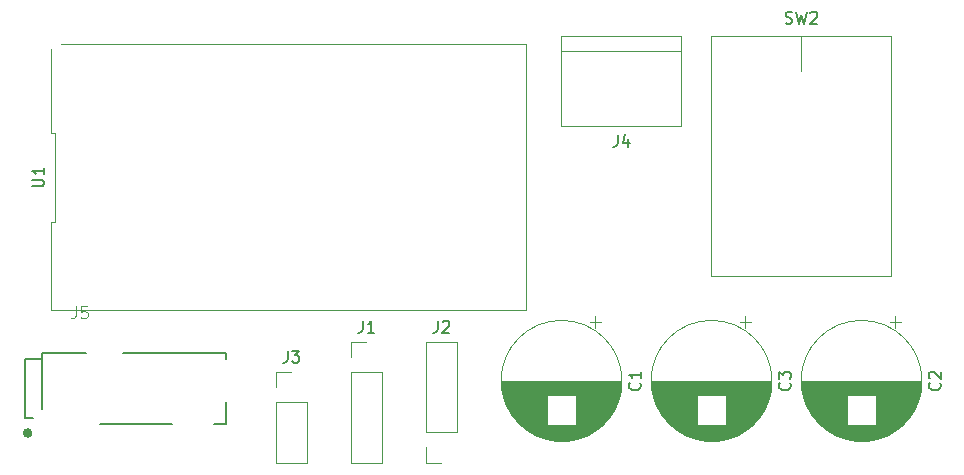
<source format=gto>
G04 #@! TF.GenerationSoftware,KiCad,Pcbnew,(5.1.7)-1*
G04 #@! TF.CreationDate,2021-05-02T01:56:36-07:00*
G04 #@! TF.ProjectId,computer_rgb_controller,636f6d70-7574-4657-925f-7267625f636f,rev?*
G04 #@! TF.SameCoordinates,Original*
G04 #@! TF.FileFunction,Legend,Top*
G04 #@! TF.FilePolarity,Positive*
%FSLAX46Y46*%
G04 Gerber Fmt 4.6, Leading zero omitted, Abs format (unit mm)*
G04 Created by KiCad (PCBNEW (5.1.7)-1) date 2021-05-02 01:56:36*
%MOMM*%
%LPD*%
G01*
G04 APERTURE LIST*
%ADD10C,0.120000*%
%ADD11C,0.127000*%
%ADD12C,0.400000*%
%ADD13C,0.150000*%
%ADD14C,0.015000*%
%ADD15C,2.200000*%
%ADD16R,2.000000X2.000000*%
%ADD17C,2.000000*%
%ADD18R,1.700000X1.700000*%
%ADD19O,1.700000X1.700000*%
%ADD20R,3.000000X3.000000*%
%ADD21C,3.000000*%
%ADD22O,8.000000X2.000000*%
%ADD23C,1.200000*%
%ADD24R,2.000000X2.800000*%
%ADD25R,2.800000X2.600000*%
%ADD26R,2.200000X2.800000*%
%ADD27C,1.700000*%
%ADD28R,2.800000X2.800000*%
G04 APERTURE END LIST*
D10*
X128310000Y-66000000D02*
G75*
G03*
X128310000Y-66000000I-5120000J0D01*
G01*
X128270000Y-66000000D02*
X118110000Y-66000000D01*
X128270000Y-66040000D02*
X118110000Y-66040000D01*
X128270000Y-66080000D02*
X118110000Y-66080000D01*
X128269000Y-66120000D02*
X118111000Y-66120000D01*
X128268000Y-66160000D02*
X118112000Y-66160000D01*
X128267000Y-66200000D02*
X118113000Y-66200000D01*
X128265000Y-66240000D02*
X118115000Y-66240000D01*
X128263000Y-66280000D02*
X118117000Y-66280000D01*
X128260000Y-66320000D02*
X118120000Y-66320000D01*
X128258000Y-66360000D02*
X118122000Y-66360000D01*
X128255000Y-66400000D02*
X118125000Y-66400000D01*
X128252000Y-66440000D02*
X118128000Y-66440000D01*
X128248000Y-66480000D02*
X118132000Y-66480000D01*
X128244000Y-66520000D02*
X118136000Y-66520000D01*
X128240000Y-66560000D02*
X118140000Y-66560000D01*
X128235000Y-66600000D02*
X118145000Y-66600000D01*
X128230000Y-66640000D02*
X118150000Y-66640000D01*
X128225000Y-66680000D02*
X118155000Y-66680000D01*
X128220000Y-66721000D02*
X118160000Y-66721000D01*
X128214000Y-66761000D02*
X118166000Y-66761000D01*
X128208000Y-66801000D02*
X118172000Y-66801000D01*
X128201000Y-66841000D02*
X118179000Y-66841000D01*
X128194000Y-66881000D02*
X118186000Y-66881000D01*
X128187000Y-66921000D02*
X118193000Y-66921000D01*
X128180000Y-66961000D02*
X118200000Y-66961000D01*
X128172000Y-67001000D02*
X118208000Y-67001000D01*
X128164000Y-67041000D02*
X118216000Y-67041000D01*
X128155000Y-67081000D02*
X118225000Y-67081000D01*
X128146000Y-67121000D02*
X118234000Y-67121000D01*
X128137000Y-67161000D02*
X118243000Y-67161000D01*
X128128000Y-67201000D02*
X118252000Y-67201000D01*
X128118000Y-67241000D02*
X118262000Y-67241000D01*
X128108000Y-67281000D02*
X124431000Y-67281000D01*
X121949000Y-67281000D02*
X118272000Y-67281000D01*
X128097000Y-67321000D02*
X124431000Y-67321000D01*
X121949000Y-67321000D02*
X118283000Y-67321000D01*
X128087000Y-67361000D02*
X124431000Y-67361000D01*
X121949000Y-67361000D02*
X118293000Y-67361000D01*
X128075000Y-67401000D02*
X124431000Y-67401000D01*
X121949000Y-67401000D02*
X118305000Y-67401000D01*
X128064000Y-67441000D02*
X124431000Y-67441000D01*
X121949000Y-67441000D02*
X118316000Y-67441000D01*
X128052000Y-67481000D02*
X124431000Y-67481000D01*
X121949000Y-67481000D02*
X118328000Y-67481000D01*
X128040000Y-67521000D02*
X124431000Y-67521000D01*
X121949000Y-67521000D02*
X118340000Y-67521000D01*
X128027000Y-67561000D02*
X124431000Y-67561000D01*
X121949000Y-67561000D02*
X118353000Y-67561000D01*
X128014000Y-67601000D02*
X124431000Y-67601000D01*
X121949000Y-67601000D02*
X118366000Y-67601000D01*
X128001000Y-67641000D02*
X124431000Y-67641000D01*
X121949000Y-67641000D02*
X118379000Y-67641000D01*
X127987000Y-67681000D02*
X124431000Y-67681000D01*
X121949000Y-67681000D02*
X118393000Y-67681000D01*
X127973000Y-67721000D02*
X124431000Y-67721000D01*
X121949000Y-67721000D02*
X118407000Y-67721000D01*
X127958000Y-67761000D02*
X124431000Y-67761000D01*
X121949000Y-67761000D02*
X118422000Y-67761000D01*
X127944000Y-67801000D02*
X124431000Y-67801000D01*
X121949000Y-67801000D02*
X118436000Y-67801000D01*
X127928000Y-67841000D02*
X124431000Y-67841000D01*
X121949000Y-67841000D02*
X118452000Y-67841000D01*
X127913000Y-67881000D02*
X124431000Y-67881000D01*
X121949000Y-67881000D02*
X118467000Y-67881000D01*
X127897000Y-67921000D02*
X124431000Y-67921000D01*
X121949000Y-67921000D02*
X118483000Y-67921000D01*
X127880000Y-67961000D02*
X124431000Y-67961000D01*
X121949000Y-67961000D02*
X118500000Y-67961000D01*
X127864000Y-68001000D02*
X124431000Y-68001000D01*
X121949000Y-68001000D02*
X118516000Y-68001000D01*
X127847000Y-68041000D02*
X124431000Y-68041000D01*
X121949000Y-68041000D02*
X118533000Y-68041000D01*
X127829000Y-68081000D02*
X124431000Y-68081000D01*
X121949000Y-68081000D02*
X118551000Y-68081000D01*
X127811000Y-68121000D02*
X124431000Y-68121000D01*
X121949000Y-68121000D02*
X118569000Y-68121000D01*
X127793000Y-68161000D02*
X124431000Y-68161000D01*
X121949000Y-68161000D02*
X118587000Y-68161000D01*
X127774000Y-68201000D02*
X124431000Y-68201000D01*
X121949000Y-68201000D02*
X118606000Y-68201000D01*
X127754000Y-68241000D02*
X124431000Y-68241000D01*
X121949000Y-68241000D02*
X118626000Y-68241000D01*
X127735000Y-68281000D02*
X124431000Y-68281000D01*
X121949000Y-68281000D02*
X118645000Y-68281000D01*
X127715000Y-68321000D02*
X124431000Y-68321000D01*
X121949000Y-68321000D02*
X118665000Y-68321000D01*
X127694000Y-68361000D02*
X124431000Y-68361000D01*
X121949000Y-68361000D02*
X118686000Y-68361000D01*
X127673000Y-68401000D02*
X124431000Y-68401000D01*
X121949000Y-68401000D02*
X118707000Y-68401000D01*
X127652000Y-68441000D02*
X124431000Y-68441000D01*
X121949000Y-68441000D02*
X118728000Y-68441000D01*
X127630000Y-68481000D02*
X124431000Y-68481000D01*
X121949000Y-68481000D02*
X118750000Y-68481000D01*
X127607000Y-68521000D02*
X124431000Y-68521000D01*
X121949000Y-68521000D02*
X118773000Y-68521000D01*
X127585000Y-68561000D02*
X124431000Y-68561000D01*
X121949000Y-68561000D02*
X118795000Y-68561000D01*
X127561000Y-68601000D02*
X124431000Y-68601000D01*
X121949000Y-68601000D02*
X118819000Y-68601000D01*
X127537000Y-68641000D02*
X124431000Y-68641000D01*
X121949000Y-68641000D02*
X118843000Y-68641000D01*
X127513000Y-68681000D02*
X124431000Y-68681000D01*
X121949000Y-68681000D02*
X118867000Y-68681000D01*
X127488000Y-68721000D02*
X124431000Y-68721000D01*
X121949000Y-68721000D02*
X118892000Y-68721000D01*
X127463000Y-68761000D02*
X124431000Y-68761000D01*
X121949000Y-68761000D02*
X118917000Y-68761000D01*
X127437000Y-68801000D02*
X124431000Y-68801000D01*
X121949000Y-68801000D02*
X118943000Y-68801000D01*
X127411000Y-68841000D02*
X124431000Y-68841000D01*
X121949000Y-68841000D02*
X118969000Y-68841000D01*
X127384000Y-68881000D02*
X124431000Y-68881000D01*
X121949000Y-68881000D02*
X118996000Y-68881000D01*
X127356000Y-68921000D02*
X124431000Y-68921000D01*
X121949000Y-68921000D02*
X119024000Y-68921000D01*
X127328000Y-68961000D02*
X124431000Y-68961000D01*
X121949000Y-68961000D02*
X119052000Y-68961000D01*
X127300000Y-69001000D02*
X124431000Y-69001000D01*
X121949000Y-69001000D02*
X119080000Y-69001000D01*
X127270000Y-69041000D02*
X124431000Y-69041000D01*
X121949000Y-69041000D02*
X119110000Y-69041000D01*
X127240000Y-69081000D02*
X124431000Y-69081000D01*
X121949000Y-69081000D02*
X119140000Y-69081000D01*
X127210000Y-69121000D02*
X124431000Y-69121000D01*
X121949000Y-69121000D02*
X119170000Y-69121000D01*
X127179000Y-69161000D02*
X124431000Y-69161000D01*
X121949000Y-69161000D02*
X119201000Y-69161000D01*
X127147000Y-69201000D02*
X124431000Y-69201000D01*
X121949000Y-69201000D02*
X119233000Y-69201000D01*
X127115000Y-69241000D02*
X124431000Y-69241000D01*
X121949000Y-69241000D02*
X119265000Y-69241000D01*
X127082000Y-69281000D02*
X124431000Y-69281000D01*
X121949000Y-69281000D02*
X119298000Y-69281000D01*
X127048000Y-69321000D02*
X124431000Y-69321000D01*
X121949000Y-69321000D02*
X119332000Y-69321000D01*
X127014000Y-69361000D02*
X124431000Y-69361000D01*
X121949000Y-69361000D02*
X119366000Y-69361000D01*
X126979000Y-69401000D02*
X124431000Y-69401000D01*
X121949000Y-69401000D02*
X119401000Y-69401000D01*
X126943000Y-69441000D02*
X124431000Y-69441000D01*
X121949000Y-69441000D02*
X119437000Y-69441000D01*
X126906000Y-69481000D02*
X124431000Y-69481000D01*
X121949000Y-69481000D02*
X119474000Y-69481000D01*
X126869000Y-69521000D02*
X124431000Y-69521000D01*
X121949000Y-69521000D02*
X119511000Y-69521000D01*
X126830000Y-69561000D02*
X124431000Y-69561000D01*
X121949000Y-69561000D02*
X119550000Y-69561000D01*
X126791000Y-69601000D02*
X124431000Y-69601000D01*
X121949000Y-69601000D02*
X119589000Y-69601000D01*
X126751000Y-69641000D02*
X124431000Y-69641000D01*
X121949000Y-69641000D02*
X119629000Y-69641000D01*
X126710000Y-69681000D02*
X124431000Y-69681000D01*
X121949000Y-69681000D02*
X119670000Y-69681000D01*
X126668000Y-69721000D02*
X124431000Y-69721000D01*
X121949000Y-69721000D02*
X119712000Y-69721000D01*
X126626000Y-69761000D02*
X119754000Y-69761000D01*
X126582000Y-69801000D02*
X119798000Y-69801000D01*
X126537000Y-69841000D02*
X119843000Y-69841000D01*
X126491000Y-69881000D02*
X119889000Y-69881000D01*
X126444000Y-69921000D02*
X119936000Y-69921000D01*
X126396000Y-69961000D02*
X119984000Y-69961000D01*
X126346000Y-70001000D02*
X120034000Y-70001000D01*
X126296000Y-70041000D02*
X120084000Y-70041000D01*
X126244000Y-70081000D02*
X120136000Y-70081000D01*
X126190000Y-70121000D02*
X120190000Y-70121000D01*
X126135000Y-70161000D02*
X120245000Y-70161000D01*
X126079000Y-70201000D02*
X120301000Y-70201000D01*
X126020000Y-70241000D02*
X120360000Y-70241000D01*
X125960000Y-70281000D02*
X120420000Y-70281000D01*
X125899000Y-70321000D02*
X120481000Y-70321000D01*
X125835000Y-70361000D02*
X120545000Y-70361000D01*
X125769000Y-70401000D02*
X120611000Y-70401000D01*
X125700000Y-70441000D02*
X120680000Y-70441000D01*
X125629000Y-70481000D02*
X120751000Y-70481000D01*
X125555000Y-70521000D02*
X120825000Y-70521000D01*
X125479000Y-70561000D02*
X120901000Y-70561000D01*
X125399000Y-70601000D02*
X120981000Y-70601000D01*
X125315000Y-70641000D02*
X121065000Y-70641000D01*
X125227000Y-70681000D02*
X121153000Y-70681000D01*
X125134000Y-70721000D02*
X121246000Y-70721000D01*
X125036000Y-70761000D02*
X121344000Y-70761000D01*
X124932000Y-70801000D02*
X121448000Y-70801000D01*
X124820000Y-70841000D02*
X121560000Y-70841000D01*
X124700000Y-70881000D02*
X121680000Y-70881000D01*
X124568000Y-70921000D02*
X121812000Y-70921000D01*
X124420000Y-70961000D02*
X121960000Y-70961000D01*
X124252000Y-71001000D02*
X122128000Y-71001000D01*
X124052000Y-71041000D02*
X122328000Y-71041000D01*
X123789000Y-71081000D02*
X122591000Y-71081000D01*
X126065000Y-60520354D02*
X126065000Y-61520354D01*
X126565000Y-61020354D02*
X125565000Y-61020354D01*
X153710000Y-66000000D02*
G75*
G03*
X153710000Y-66000000I-5120000J0D01*
G01*
X153670000Y-66000000D02*
X143510000Y-66000000D01*
X153670000Y-66040000D02*
X143510000Y-66040000D01*
X153670000Y-66080000D02*
X143510000Y-66080000D01*
X153669000Y-66120000D02*
X143511000Y-66120000D01*
X153668000Y-66160000D02*
X143512000Y-66160000D01*
X153667000Y-66200000D02*
X143513000Y-66200000D01*
X153665000Y-66240000D02*
X143515000Y-66240000D01*
X153663000Y-66280000D02*
X143517000Y-66280000D01*
X153660000Y-66320000D02*
X143520000Y-66320000D01*
X153658000Y-66360000D02*
X143522000Y-66360000D01*
X153655000Y-66400000D02*
X143525000Y-66400000D01*
X153652000Y-66440000D02*
X143528000Y-66440000D01*
X153648000Y-66480000D02*
X143532000Y-66480000D01*
X153644000Y-66520000D02*
X143536000Y-66520000D01*
X153640000Y-66560000D02*
X143540000Y-66560000D01*
X153635000Y-66600000D02*
X143545000Y-66600000D01*
X153630000Y-66640000D02*
X143550000Y-66640000D01*
X153625000Y-66680000D02*
X143555000Y-66680000D01*
X153620000Y-66721000D02*
X143560000Y-66721000D01*
X153614000Y-66761000D02*
X143566000Y-66761000D01*
X153608000Y-66801000D02*
X143572000Y-66801000D01*
X153601000Y-66841000D02*
X143579000Y-66841000D01*
X153594000Y-66881000D02*
X143586000Y-66881000D01*
X153587000Y-66921000D02*
X143593000Y-66921000D01*
X153580000Y-66961000D02*
X143600000Y-66961000D01*
X153572000Y-67001000D02*
X143608000Y-67001000D01*
X153564000Y-67041000D02*
X143616000Y-67041000D01*
X153555000Y-67081000D02*
X143625000Y-67081000D01*
X153546000Y-67121000D02*
X143634000Y-67121000D01*
X153537000Y-67161000D02*
X143643000Y-67161000D01*
X153528000Y-67201000D02*
X143652000Y-67201000D01*
X153518000Y-67241000D02*
X143662000Y-67241000D01*
X153508000Y-67281000D02*
X149831000Y-67281000D01*
X147349000Y-67281000D02*
X143672000Y-67281000D01*
X153497000Y-67321000D02*
X149831000Y-67321000D01*
X147349000Y-67321000D02*
X143683000Y-67321000D01*
X153487000Y-67361000D02*
X149831000Y-67361000D01*
X147349000Y-67361000D02*
X143693000Y-67361000D01*
X153475000Y-67401000D02*
X149831000Y-67401000D01*
X147349000Y-67401000D02*
X143705000Y-67401000D01*
X153464000Y-67441000D02*
X149831000Y-67441000D01*
X147349000Y-67441000D02*
X143716000Y-67441000D01*
X153452000Y-67481000D02*
X149831000Y-67481000D01*
X147349000Y-67481000D02*
X143728000Y-67481000D01*
X153440000Y-67521000D02*
X149831000Y-67521000D01*
X147349000Y-67521000D02*
X143740000Y-67521000D01*
X153427000Y-67561000D02*
X149831000Y-67561000D01*
X147349000Y-67561000D02*
X143753000Y-67561000D01*
X153414000Y-67601000D02*
X149831000Y-67601000D01*
X147349000Y-67601000D02*
X143766000Y-67601000D01*
X153401000Y-67641000D02*
X149831000Y-67641000D01*
X147349000Y-67641000D02*
X143779000Y-67641000D01*
X153387000Y-67681000D02*
X149831000Y-67681000D01*
X147349000Y-67681000D02*
X143793000Y-67681000D01*
X153373000Y-67721000D02*
X149831000Y-67721000D01*
X147349000Y-67721000D02*
X143807000Y-67721000D01*
X153358000Y-67761000D02*
X149831000Y-67761000D01*
X147349000Y-67761000D02*
X143822000Y-67761000D01*
X153344000Y-67801000D02*
X149831000Y-67801000D01*
X147349000Y-67801000D02*
X143836000Y-67801000D01*
X153328000Y-67841000D02*
X149831000Y-67841000D01*
X147349000Y-67841000D02*
X143852000Y-67841000D01*
X153313000Y-67881000D02*
X149831000Y-67881000D01*
X147349000Y-67881000D02*
X143867000Y-67881000D01*
X153297000Y-67921000D02*
X149831000Y-67921000D01*
X147349000Y-67921000D02*
X143883000Y-67921000D01*
X153280000Y-67961000D02*
X149831000Y-67961000D01*
X147349000Y-67961000D02*
X143900000Y-67961000D01*
X153264000Y-68001000D02*
X149831000Y-68001000D01*
X147349000Y-68001000D02*
X143916000Y-68001000D01*
X153247000Y-68041000D02*
X149831000Y-68041000D01*
X147349000Y-68041000D02*
X143933000Y-68041000D01*
X153229000Y-68081000D02*
X149831000Y-68081000D01*
X147349000Y-68081000D02*
X143951000Y-68081000D01*
X153211000Y-68121000D02*
X149831000Y-68121000D01*
X147349000Y-68121000D02*
X143969000Y-68121000D01*
X153193000Y-68161000D02*
X149831000Y-68161000D01*
X147349000Y-68161000D02*
X143987000Y-68161000D01*
X153174000Y-68201000D02*
X149831000Y-68201000D01*
X147349000Y-68201000D02*
X144006000Y-68201000D01*
X153154000Y-68241000D02*
X149831000Y-68241000D01*
X147349000Y-68241000D02*
X144026000Y-68241000D01*
X153135000Y-68281000D02*
X149831000Y-68281000D01*
X147349000Y-68281000D02*
X144045000Y-68281000D01*
X153115000Y-68321000D02*
X149831000Y-68321000D01*
X147349000Y-68321000D02*
X144065000Y-68321000D01*
X153094000Y-68361000D02*
X149831000Y-68361000D01*
X147349000Y-68361000D02*
X144086000Y-68361000D01*
X153073000Y-68401000D02*
X149831000Y-68401000D01*
X147349000Y-68401000D02*
X144107000Y-68401000D01*
X153052000Y-68441000D02*
X149831000Y-68441000D01*
X147349000Y-68441000D02*
X144128000Y-68441000D01*
X153030000Y-68481000D02*
X149831000Y-68481000D01*
X147349000Y-68481000D02*
X144150000Y-68481000D01*
X153007000Y-68521000D02*
X149831000Y-68521000D01*
X147349000Y-68521000D02*
X144173000Y-68521000D01*
X152985000Y-68561000D02*
X149831000Y-68561000D01*
X147349000Y-68561000D02*
X144195000Y-68561000D01*
X152961000Y-68601000D02*
X149831000Y-68601000D01*
X147349000Y-68601000D02*
X144219000Y-68601000D01*
X152937000Y-68641000D02*
X149831000Y-68641000D01*
X147349000Y-68641000D02*
X144243000Y-68641000D01*
X152913000Y-68681000D02*
X149831000Y-68681000D01*
X147349000Y-68681000D02*
X144267000Y-68681000D01*
X152888000Y-68721000D02*
X149831000Y-68721000D01*
X147349000Y-68721000D02*
X144292000Y-68721000D01*
X152863000Y-68761000D02*
X149831000Y-68761000D01*
X147349000Y-68761000D02*
X144317000Y-68761000D01*
X152837000Y-68801000D02*
X149831000Y-68801000D01*
X147349000Y-68801000D02*
X144343000Y-68801000D01*
X152811000Y-68841000D02*
X149831000Y-68841000D01*
X147349000Y-68841000D02*
X144369000Y-68841000D01*
X152784000Y-68881000D02*
X149831000Y-68881000D01*
X147349000Y-68881000D02*
X144396000Y-68881000D01*
X152756000Y-68921000D02*
X149831000Y-68921000D01*
X147349000Y-68921000D02*
X144424000Y-68921000D01*
X152728000Y-68961000D02*
X149831000Y-68961000D01*
X147349000Y-68961000D02*
X144452000Y-68961000D01*
X152700000Y-69001000D02*
X149831000Y-69001000D01*
X147349000Y-69001000D02*
X144480000Y-69001000D01*
X152670000Y-69041000D02*
X149831000Y-69041000D01*
X147349000Y-69041000D02*
X144510000Y-69041000D01*
X152640000Y-69081000D02*
X149831000Y-69081000D01*
X147349000Y-69081000D02*
X144540000Y-69081000D01*
X152610000Y-69121000D02*
X149831000Y-69121000D01*
X147349000Y-69121000D02*
X144570000Y-69121000D01*
X152579000Y-69161000D02*
X149831000Y-69161000D01*
X147349000Y-69161000D02*
X144601000Y-69161000D01*
X152547000Y-69201000D02*
X149831000Y-69201000D01*
X147349000Y-69201000D02*
X144633000Y-69201000D01*
X152515000Y-69241000D02*
X149831000Y-69241000D01*
X147349000Y-69241000D02*
X144665000Y-69241000D01*
X152482000Y-69281000D02*
X149831000Y-69281000D01*
X147349000Y-69281000D02*
X144698000Y-69281000D01*
X152448000Y-69321000D02*
X149831000Y-69321000D01*
X147349000Y-69321000D02*
X144732000Y-69321000D01*
X152414000Y-69361000D02*
X149831000Y-69361000D01*
X147349000Y-69361000D02*
X144766000Y-69361000D01*
X152379000Y-69401000D02*
X149831000Y-69401000D01*
X147349000Y-69401000D02*
X144801000Y-69401000D01*
X152343000Y-69441000D02*
X149831000Y-69441000D01*
X147349000Y-69441000D02*
X144837000Y-69441000D01*
X152306000Y-69481000D02*
X149831000Y-69481000D01*
X147349000Y-69481000D02*
X144874000Y-69481000D01*
X152269000Y-69521000D02*
X149831000Y-69521000D01*
X147349000Y-69521000D02*
X144911000Y-69521000D01*
X152230000Y-69561000D02*
X149831000Y-69561000D01*
X147349000Y-69561000D02*
X144950000Y-69561000D01*
X152191000Y-69601000D02*
X149831000Y-69601000D01*
X147349000Y-69601000D02*
X144989000Y-69601000D01*
X152151000Y-69641000D02*
X149831000Y-69641000D01*
X147349000Y-69641000D02*
X145029000Y-69641000D01*
X152110000Y-69681000D02*
X149831000Y-69681000D01*
X147349000Y-69681000D02*
X145070000Y-69681000D01*
X152068000Y-69721000D02*
X149831000Y-69721000D01*
X147349000Y-69721000D02*
X145112000Y-69721000D01*
X152026000Y-69761000D02*
X145154000Y-69761000D01*
X151982000Y-69801000D02*
X145198000Y-69801000D01*
X151937000Y-69841000D02*
X145243000Y-69841000D01*
X151891000Y-69881000D02*
X145289000Y-69881000D01*
X151844000Y-69921000D02*
X145336000Y-69921000D01*
X151796000Y-69961000D02*
X145384000Y-69961000D01*
X151746000Y-70001000D02*
X145434000Y-70001000D01*
X151696000Y-70041000D02*
X145484000Y-70041000D01*
X151644000Y-70081000D02*
X145536000Y-70081000D01*
X151590000Y-70121000D02*
X145590000Y-70121000D01*
X151535000Y-70161000D02*
X145645000Y-70161000D01*
X151479000Y-70201000D02*
X145701000Y-70201000D01*
X151420000Y-70241000D02*
X145760000Y-70241000D01*
X151360000Y-70281000D02*
X145820000Y-70281000D01*
X151299000Y-70321000D02*
X145881000Y-70321000D01*
X151235000Y-70361000D02*
X145945000Y-70361000D01*
X151169000Y-70401000D02*
X146011000Y-70401000D01*
X151100000Y-70441000D02*
X146080000Y-70441000D01*
X151029000Y-70481000D02*
X146151000Y-70481000D01*
X150955000Y-70521000D02*
X146225000Y-70521000D01*
X150879000Y-70561000D02*
X146301000Y-70561000D01*
X150799000Y-70601000D02*
X146381000Y-70601000D01*
X150715000Y-70641000D02*
X146465000Y-70641000D01*
X150627000Y-70681000D02*
X146553000Y-70681000D01*
X150534000Y-70721000D02*
X146646000Y-70721000D01*
X150436000Y-70761000D02*
X146744000Y-70761000D01*
X150332000Y-70801000D02*
X146848000Y-70801000D01*
X150220000Y-70841000D02*
X146960000Y-70841000D01*
X150100000Y-70881000D02*
X147080000Y-70881000D01*
X149968000Y-70921000D02*
X147212000Y-70921000D01*
X149820000Y-70961000D02*
X147360000Y-70961000D01*
X149652000Y-71001000D02*
X147528000Y-71001000D01*
X149452000Y-71041000D02*
X147728000Y-71041000D01*
X149189000Y-71081000D02*
X147991000Y-71081000D01*
X151465000Y-60520354D02*
X151465000Y-61520354D01*
X151965000Y-61020354D02*
X150965000Y-61020354D01*
X139265000Y-61020354D02*
X138265000Y-61020354D01*
X138765000Y-60520354D02*
X138765000Y-61520354D01*
X136489000Y-71081000D02*
X135291000Y-71081000D01*
X136752000Y-71041000D02*
X135028000Y-71041000D01*
X136952000Y-71001000D02*
X134828000Y-71001000D01*
X137120000Y-70961000D02*
X134660000Y-70961000D01*
X137268000Y-70921000D02*
X134512000Y-70921000D01*
X137400000Y-70881000D02*
X134380000Y-70881000D01*
X137520000Y-70841000D02*
X134260000Y-70841000D01*
X137632000Y-70801000D02*
X134148000Y-70801000D01*
X137736000Y-70761000D02*
X134044000Y-70761000D01*
X137834000Y-70721000D02*
X133946000Y-70721000D01*
X137927000Y-70681000D02*
X133853000Y-70681000D01*
X138015000Y-70641000D02*
X133765000Y-70641000D01*
X138099000Y-70601000D02*
X133681000Y-70601000D01*
X138179000Y-70561000D02*
X133601000Y-70561000D01*
X138255000Y-70521000D02*
X133525000Y-70521000D01*
X138329000Y-70481000D02*
X133451000Y-70481000D01*
X138400000Y-70441000D02*
X133380000Y-70441000D01*
X138469000Y-70401000D02*
X133311000Y-70401000D01*
X138535000Y-70361000D02*
X133245000Y-70361000D01*
X138599000Y-70321000D02*
X133181000Y-70321000D01*
X138660000Y-70281000D02*
X133120000Y-70281000D01*
X138720000Y-70241000D02*
X133060000Y-70241000D01*
X138779000Y-70201000D02*
X133001000Y-70201000D01*
X138835000Y-70161000D02*
X132945000Y-70161000D01*
X138890000Y-70121000D02*
X132890000Y-70121000D01*
X138944000Y-70081000D02*
X132836000Y-70081000D01*
X138996000Y-70041000D02*
X132784000Y-70041000D01*
X139046000Y-70001000D02*
X132734000Y-70001000D01*
X139096000Y-69961000D02*
X132684000Y-69961000D01*
X139144000Y-69921000D02*
X132636000Y-69921000D01*
X139191000Y-69881000D02*
X132589000Y-69881000D01*
X139237000Y-69841000D02*
X132543000Y-69841000D01*
X139282000Y-69801000D02*
X132498000Y-69801000D01*
X139326000Y-69761000D02*
X132454000Y-69761000D01*
X134649000Y-69721000D02*
X132412000Y-69721000D01*
X139368000Y-69721000D02*
X137131000Y-69721000D01*
X134649000Y-69681000D02*
X132370000Y-69681000D01*
X139410000Y-69681000D02*
X137131000Y-69681000D01*
X134649000Y-69641000D02*
X132329000Y-69641000D01*
X139451000Y-69641000D02*
X137131000Y-69641000D01*
X134649000Y-69601000D02*
X132289000Y-69601000D01*
X139491000Y-69601000D02*
X137131000Y-69601000D01*
X134649000Y-69561000D02*
X132250000Y-69561000D01*
X139530000Y-69561000D02*
X137131000Y-69561000D01*
X134649000Y-69521000D02*
X132211000Y-69521000D01*
X139569000Y-69521000D02*
X137131000Y-69521000D01*
X134649000Y-69481000D02*
X132174000Y-69481000D01*
X139606000Y-69481000D02*
X137131000Y-69481000D01*
X134649000Y-69441000D02*
X132137000Y-69441000D01*
X139643000Y-69441000D02*
X137131000Y-69441000D01*
X134649000Y-69401000D02*
X132101000Y-69401000D01*
X139679000Y-69401000D02*
X137131000Y-69401000D01*
X134649000Y-69361000D02*
X132066000Y-69361000D01*
X139714000Y-69361000D02*
X137131000Y-69361000D01*
X134649000Y-69321000D02*
X132032000Y-69321000D01*
X139748000Y-69321000D02*
X137131000Y-69321000D01*
X134649000Y-69281000D02*
X131998000Y-69281000D01*
X139782000Y-69281000D02*
X137131000Y-69281000D01*
X134649000Y-69241000D02*
X131965000Y-69241000D01*
X139815000Y-69241000D02*
X137131000Y-69241000D01*
X134649000Y-69201000D02*
X131933000Y-69201000D01*
X139847000Y-69201000D02*
X137131000Y-69201000D01*
X134649000Y-69161000D02*
X131901000Y-69161000D01*
X139879000Y-69161000D02*
X137131000Y-69161000D01*
X134649000Y-69121000D02*
X131870000Y-69121000D01*
X139910000Y-69121000D02*
X137131000Y-69121000D01*
X134649000Y-69081000D02*
X131840000Y-69081000D01*
X139940000Y-69081000D02*
X137131000Y-69081000D01*
X134649000Y-69041000D02*
X131810000Y-69041000D01*
X139970000Y-69041000D02*
X137131000Y-69041000D01*
X134649000Y-69001000D02*
X131780000Y-69001000D01*
X140000000Y-69001000D02*
X137131000Y-69001000D01*
X134649000Y-68961000D02*
X131752000Y-68961000D01*
X140028000Y-68961000D02*
X137131000Y-68961000D01*
X134649000Y-68921000D02*
X131724000Y-68921000D01*
X140056000Y-68921000D02*
X137131000Y-68921000D01*
X134649000Y-68881000D02*
X131696000Y-68881000D01*
X140084000Y-68881000D02*
X137131000Y-68881000D01*
X134649000Y-68841000D02*
X131669000Y-68841000D01*
X140111000Y-68841000D02*
X137131000Y-68841000D01*
X134649000Y-68801000D02*
X131643000Y-68801000D01*
X140137000Y-68801000D02*
X137131000Y-68801000D01*
X134649000Y-68761000D02*
X131617000Y-68761000D01*
X140163000Y-68761000D02*
X137131000Y-68761000D01*
X134649000Y-68721000D02*
X131592000Y-68721000D01*
X140188000Y-68721000D02*
X137131000Y-68721000D01*
X134649000Y-68681000D02*
X131567000Y-68681000D01*
X140213000Y-68681000D02*
X137131000Y-68681000D01*
X134649000Y-68641000D02*
X131543000Y-68641000D01*
X140237000Y-68641000D02*
X137131000Y-68641000D01*
X134649000Y-68601000D02*
X131519000Y-68601000D01*
X140261000Y-68601000D02*
X137131000Y-68601000D01*
X134649000Y-68561000D02*
X131495000Y-68561000D01*
X140285000Y-68561000D02*
X137131000Y-68561000D01*
X134649000Y-68521000D02*
X131473000Y-68521000D01*
X140307000Y-68521000D02*
X137131000Y-68521000D01*
X134649000Y-68481000D02*
X131450000Y-68481000D01*
X140330000Y-68481000D02*
X137131000Y-68481000D01*
X134649000Y-68441000D02*
X131428000Y-68441000D01*
X140352000Y-68441000D02*
X137131000Y-68441000D01*
X134649000Y-68401000D02*
X131407000Y-68401000D01*
X140373000Y-68401000D02*
X137131000Y-68401000D01*
X134649000Y-68361000D02*
X131386000Y-68361000D01*
X140394000Y-68361000D02*
X137131000Y-68361000D01*
X134649000Y-68321000D02*
X131365000Y-68321000D01*
X140415000Y-68321000D02*
X137131000Y-68321000D01*
X134649000Y-68281000D02*
X131345000Y-68281000D01*
X140435000Y-68281000D02*
X137131000Y-68281000D01*
X134649000Y-68241000D02*
X131326000Y-68241000D01*
X140454000Y-68241000D02*
X137131000Y-68241000D01*
X134649000Y-68201000D02*
X131306000Y-68201000D01*
X140474000Y-68201000D02*
X137131000Y-68201000D01*
X134649000Y-68161000D02*
X131287000Y-68161000D01*
X140493000Y-68161000D02*
X137131000Y-68161000D01*
X134649000Y-68121000D02*
X131269000Y-68121000D01*
X140511000Y-68121000D02*
X137131000Y-68121000D01*
X134649000Y-68081000D02*
X131251000Y-68081000D01*
X140529000Y-68081000D02*
X137131000Y-68081000D01*
X134649000Y-68041000D02*
X131233000Y-68041000D01*
X140547000Y-68041000D02*
X137131000Y-68041000D01*
X134649000Y-68001000D02*
X131216000Y-68001000D01*
X140564000Y-68001000D02*
X137131000Y-68001000D01*
X134649000Y-67961000D02*
X131200000Y-67961000D01*
X140580000Y-67961000D02*
X137131000Y-67961000D01*
X134649000Y-67921000D02*
X131183000Y-67921000D01*
X140597000Y-67921000D02*
X137131000Y-67921000D01*
X134649000Y-67881000D02*
X131167000Y-67881000D01*
X140613000Y-67881000D02*
X137131000Y-67881000D01*
X134649000Y-67841000D02*
X131152000Y-67841000D01*
X140628000Y-67841000D02*
X137131000Y-67841000D01*
X134649000Y-67801000D02*
X131136000Y-67801000D01*
X140644000Y-67801000D02*
X137131000Y-67801000D01*
X134649000Y-67761000D02*
X131122000Y-67761000D01*
X140658000Y-67761000D02*
X137131000Y-67761000D01*
X134649000Y-67721000D02*
X131107000Y-67721000D01*
X140673000Y-67721000D02*
X137131000Y-67721000D01*
X134649000Y-67681000D02*
X131093000Y-67681000D01*
X140687000Y-67681000D02*
X137131000Y-67681000D01*
X134649000Y-67641000D02*
X131079000Y-67641000D01*
X140701000Y-67641000D02*
X137131000Y-67641000D01*
X134649000Y-67601000D02*
X131066000Y-67601000D01*
X140714000Y-67601000D02*
X137131000Y-67601000D01*
X134649000Y-67561000D02*
X131053000Y-67561000D01*
X140727000Y-67561000D02*
X137131000Y-67561000D01*
X134649000Y-67521000D02*
X131040000Y-67521000D01*
X140740000Y-67521000D02*
X137131000Y-67521000D01*
X134649000Y-67481000D02*
X131028000Y-67481000D01*
X140752000Y-67481000D02*
X137131000Y-67481000D01*
X134649000Y-67441000D02*
X131016000Y-67441000D01*
X140764000Y-67441000D02*
X137131000Y-67441000D01*
X134649000Y-67401000D02*
X131005000Y-67401000D01*
X140775000Y-67401000D02*
X137131000Y-67401000D01*
X134649000Y-67361000D02*
X130993000Y-67361000D01*
X140787000Y-67361000D02*
X137131000Y-67361000D01*
X134649000Y-67321000D02*
X130983000Y-67321000D01*
X140797000Y-67321000D02*
X137131000Y-67321000D01*
X134649000Y-67281000D02*
X130972000Y-67281000D01*
X140808000Y-67281000D02*
X137131000Y-67281000D01*
X140818000Y-67241000D02*
X130962000Y-67241000D01*
X140828000Y-67201000D02*
X130952000Y-67201000D01*
X140837000Y-67161000D02*
X130943000Y-67161000D01*
X140846000Y-67121000D02*
X130934000Y-67121000D01*
X140855000Y-67081000D02*
X130925000Y-67081000D01*
X140864000Y-67041000D02*
X130916000Y-67041000D01*
X140872000Y-67001000D02*
X130908000Y-67001000D01*
X140880000Y-66961000D02*
X130900000Y-66961000D01*
X140887000Y-66921000D02*
X130893000Y-66921000D01*
X140894000Y-66881000D02*
X130886000Y-66881000D01*
X140901000Y-66841000D02*
X130879000Y-66841000D01*
X140908000Y-66801000D02*
X130872000Y-66801000D01*
X140914000Y-66761000D02*
X130866000Y-66761000D01*
X140920000Y-66721000D02*
X130860000Y-66721000D01*
X140925000Y-66680000D02*
X130855000Y-66680000D01*
X140930000Y-66640000D02*
X130850000Y-66640000D01*
X140935000Y-66600000D02*
X130845000Y-66600000D01*
X140940000Y-66560000D02*
X130840000Y-66560000D01*
X140944000Y-66520000D02*
X130836000Y-66520000D01*
X140948000Y-66480000D02*
X130832000Y-66480000D01*
X140952000Y-66440000D02*
X130828000Y-66440000D01*
X140955000Y-66400000D02*
X130825000Y-66400000D01*
X140958000Y-66360000D02*
X130822000Y-66360000D01*
X140960000Y-66320000D02*
X130820000Y-66320000D01*
X140963000Y-66280000D02*
X130817000Y-66280000D01*
X140965000Y-66240000D02*
X130815000Y-66240000D01*
X140967000Y-66200000D02*
X130813000Y-66200000D01*
X140968000Y-66160000D02*
X130812000Y-66160000D01*
X140969000Y-66120000D02*
X130811000Y-66120000D01*
X140970000Y-66080000D02*
X130810000Y-66080000D01*
X140970000Y-66040000D02*
X130810000Y-66040000D01*
X140970000Y-66000000D02*
X130810000Y-66000000D01*
X141010000Y-66000000D02*
G75*
G03*
X141010000Y-66000000I-5120000J0D01*
G01*
X105350000Y-72958000D02*
X108010000Y-72958000D01*
X105350000Y-65278000D02*
X105350000Y-72958000D01*
X108010000Y-65278000D02*
X108010000Y-72958000D01*
X105350000Y-65278000D02*
X108010000Y-65278000D01*
X105350000Y-64008000D02*
X105350000Y-62678000D01*
X105350000Y-62678000D02*
X106680000Y-62678000D01*
X114360000Y-70358000D02*
X111700000Y-70358000D01*
X114360000Y-70358000D02*
X114360000Y-62678000D01*
X114360000Y-62678000D02*
X111700000Y-62678000D01*
X111700000Y-70358000D02*
X111700000Y-62678000D01*
X111700000Y-72958000D02*
X111700000Y-71628000D01*
X113030000Y-72958000D02*
X111700000Y-72958000D01*
X99000000Y-72958000D02*
X101660000Y-72958000D01*
X99000000Y-67818000D02*
X99000000Y-72958000D01*
X101660000Y-67818000D02*
X101660000Y-72958000D01*
X99000000Y-67818000D02*
X101660000Y-67818000D01*
X99000000Y-66548000D02*
X99000000Y-65218000D01*
X99000000Y-65218000D02*
X100330000Y-65218000D01*
X123190000Y-38100000D02*
X133350000Y-38100000D01*
X123190000Y-36830000D02*
X123190000Y-44450000D01*
X123190000Y-44450000D02*
X133350000Y-44450000D01*
X133350000Y-44450000D02*
X133350000Y-36830000D01*
X133350000Y-36830000D02*
X123190000Y-36830000D01*
X143510000Y-40894000D02*
X143510000Y-36830000D01*
X143510000Y-36830000D02*
X140462000Y-36830000D01*
X143510000Y-57150000D02*
X151130000Y-57150000D01*
X143510000Y-57150000D02*
X135890000Y-57150000D01*
X135890000Y-57150000D02*
X135890000Y-36830000D01*
X135890000Y-36830000D02*
X140462000Y-36830000D01*
X140462000Y-36830000D02*
X143510000Y-36830000D01*
X143510000Y-36830000D02*
X150622000Y-36830000D01*
X151130000Y-57150000D02*
X151130000Y-36830000D01*
X151130000Y-36830000D02*
X150622000Y-36830000D01*
X79926000Y-60027999D02*
X120226000Y-60028000D01*
X120226000Y-60028000D02*
X120226000Y-37508001D01*
X120226000Y-37508001D02*
X79926000Y-37508000D01*
X79926000Y-37508000D02*
X79926000Y-45014667D01*
X79926000Y-45014667D02*
X80286000Y-45014667D01*
X80286000Y-45014667D02*
X80286000Y-52521333D01*
X80286000Y-52521333D02*
X79926000Y-52521333D01*
X79926000Y-52521333D02*
X79926000Y-60027999D01*
D11*
X82945000Y-63675000D02*
X79245000Y-63675000D01*
X79245000Y-63675000D02*
X79245000Y-64175000D01*
X79245000Y-64175000D02*
X79245000Y-68425000D01*
X79245000Y-64175000D02*
X77745000Y-64175000D01*
X77745000Y-64175000D02*
X77745000Y-69175000D01*
X77745000Y-69175000D02*
X78445000Y-69175000D01*
X84145000Y-69675000D02*
X90245000Y-69675000D01*
X93795000Y-69675000D02*
X94745000Y-69675000D01*
X94745000Y-63675000D02*
X86045000Y-63675000D01*
D12*
X78195000Y-70425000D02*
G75*
G03*
X78195000Y-70425000I-200000J0D01*
G01*
D11*
X94745000Y-67775000D02*
X94745000Y-69675000D01*
X94745000Y-63675000D02*
X94745000Y-64125000D01*
D13*
X129797142Y-66166666D02*
X129844761Y-66214285D01*
X129892380Y-66357142D01*
X129892380Y-66452380D01*
X129844761Y-66595238D01*
X129749523Y-66690476D01*
X129654285Y-66738095D01*
X129463809Y-66785714D01*
X129320952Y-66785714D01*
X129130476Y-66738095D01*
X129035238Y-66690476D01*
X128940000Y-66595238D01*
X128892380Y-66452380D01*
X128892380Y-66357142D01*
X128940000Y-66214285D01*
X128987619Y-66166666D01*
X129892380Y-65214285D02*
X129892380Y-65785714D01*
X129892380Y-65500000D02*
X128892380Y-65500000D01*
X129035238Y-65595238D01*
X129130476Y-65690476D01*
X129178095Y-65785714D01*
X155197142Y-66166666D02*
X155244761Y-66214285D01*
X155292380Y-66357142D01*
X155292380Y-66452380D01*
X155244761Y-66595238D01*
X155149523Y-66690476D01*
X155054285Y-66738095D01*
X154863809Y-66785714D01*
X154720952Y-66785714D01*
X154530476Y-66738095D01*
X154435238Y-66690476D01*
X154340000Y-66595238D01*
X154292380Y-66452380D01*
X154292380Y-66357142D01*
X154340000Y-66214285D01*
X154387619Y-66166666D01*
X154387619Y-65785714D02*
X154340000Y-65738095D01*
X154292380Y-65642857D01*
X154292380Y-65404761D01*
X154340000Y-65309523D01*
X154387619Y-65261904D01*
X154482857Y-65214285D01*
X154578095Y-65214285D01*
X154720952Y-65261904D01*
X155292380Y-65833333D01*
X155292380Y-65214285D01*
X142497142Y-66166666D02*
X142544761Y-66214285D01*
X142592380Y-66357142D01*
X142592380Y-66452380D01*
X142544761Y-66595238D01*
X142449523Y-66690476D01*
X142354285Y-66738095D01*
X142163809Y-66785714D01*
X142020952Y-66785714D01*
X141830476Y-66738095D01*
X141735238Y-66690476D01*
X141640000Y-66595238D01*
X141592380Y-66452380D01*
X141592380Y-66357142D01*
X141640000Y-66214285D01*
X141687619Y-66166666D01*
X141592380Y-65833333D02*
X141592380Y-65214285D01*
X141973333Y-65547619D01*
X141973333Y-65404761D01*
X142020952Y-65309523D01*
X142068571Y-65261904D01*
X142163809Y-65214285D01*
X142401904Y-65214285D01*
X142497142Y-65261904D01*
X142544761Y-65309523D01*
X142592380Y-65404761D01*
X142592380Y-65690476D01*
X142544761Y-65785714D01*
X142497142Y-65833333D01*
X106346666Y-60920380D02*
X106346666Y-61634666D01*
X106299047Y-61777523D01*
X106203809Y-61872761D01*
X106060952Y-61920380D01*
X105965714Y-61920380D01*
X107346666Y-61920380D02*
X106775238Y-61920380D01*
X107060952Y-61920380D02*
X107060952Y-60920380D01*
X106965714Y-61063238D01*
X106870476Y-61158476D01*
X106775238Y-61206095D01*
X112696666Y-60920380D02*
X112696666Y-61634666D01*
X112649047Y-61777523D01*
X112553809Y-61872761D01*
X112410952Y-61920380D01*
X112315714Y-61920380D01*
X113125238Y-61015619D02*
X113172857Y-60968000D01*
X113268095Y-60920380D01*
X113506190Y-60920380D01*
X113601428Y-60968000D01*
X113649047Y-61015619D01*
X113696666Y-61110857D01*
X113696666Y-61206095D01*
X113649047Y-61348952D01*
X113077619Y-61920380D01*
X113696666Y-61920380D01*
X99996666Y-63460380D02*
X99996666Y-64174666D01*
X99949047Y-64317523D01*
X99853809Y-64412761D01*
X99710952Y-64460380D01*
X99615714Y-64460380D01*
X100377619Y-63460380D02*
X100996666Y-63460380D01*
X100663333Y-63841333D01*
X100806190Y-63841333D01*
X100901428Y-63888952D01*
X100949047Y-63936571D01*
X100996666Y-64031809D01*
X100996666Y-64269904D01*
X100949047Y-64365142D01*
X100901428Y-64412761D01*
X100806190Y-64460380D01*
X100520476Y-64460380D01*
X100425238Y-64412761D01*
X100377619Y-64365142D01*
X127936666Y-45172380D02*
X127936666Y-45886666D01*
X127889047Y-46029523D01*
X127793809Y-46124761D01*
X127650952Y-46172380D01*
X127555714Y-46172380D01*
X128841428Y-45505714D02*
X128841428Y-46172380D01*
X128603333Y-45124761D02*
X128365238Y-45839047D01*
X128984285Y-45839047D01*
X142176666Y-35710761D02*
X142319523Y-35758380D01*
X142557619Y-35758380D01*
X142652857Y-35710761D01*
X142700476Y-35663142D01*
X142748095Y-35567904D01*
X142748095Y-35472666D01*
X142700476Y-35377428D01*
X142652857Y-35329809D01*
X142557619Y-35282190D01*
X142367142Y-35234571D01*
X142271904Y-35186952D01*
X142224285Y-35139333D01*
X142176666Y-35044095D01*
X142176666Y-34948857D01*
X142224285Y-34853619D01*
X142271904Y-34806000D01*
X142367142Y-34758380D01*
X142605238Y-34758380D01*
X142748095Y-34806000D01*
X143081428Y-34758380D02*
X143319523Y-35758380D01*
X143510000Y-35044095D01*
X143700476Y-35758380D01*
X143938571Y-34758380D01*
X144271904Y-34853619D02*
X144319523Y-34806000D01*
X144414761Y-34758380D01*
X144652857Y-34758380D01*
X144748095Y-34806000D01*
X144795714Y-34853619D01*
X144843333Y-34948857D01*
X144843333Y-35044095D01*
X144795714Y-35186952D01*
X144224285Y-35758380D01*
X144843333Y-35758380D01*
X78378380Y-49529904D02*
X79187904Y-49529904D01*
X79283142Y-49482285D01*
X79330761Y-49434666D01*
X79378380Y-49339428D01*
X79378380Y-49148952D01*
X79330761Y-49053714D01*
X79283142Y-49006095D01*
X79187904Y-48958476D01*
X78378380Y-48958476D01*
X79378380Y-47958476D02*
X79378380Y-48529904D01*
X79378380Y-48244190D02*
X78378380Y-48244190D01*
X78521238Y-48339428D01*
X78616476Y-48434666D01*
X78664095Y-48529904D01*
D14*
X82063840Y-59710127D02*
X82063840Y-60427737D01*
X82015999Y-60571259D01*
X81920318Y-60666940D01*
X81776796Y-60714781D01*
X81681115Y-60714781D01*
X83020653Y-59710127D02*
X82542247Y-59710127D01*
X82494406Y-60188534D01*
X82542247Y-60140693D01*
X82637928Y-60092852D01*
X82877131Y-60092852D01*
X82972813Y-60140693D01*
X83020653Y-60188534D01*
X83068494Y-60284215D01*
X83068494Y-60523418D01*
X83020653Y-60619100D01*
X82972813Y-60666940D01*
X82877131Y-60714781D01*
X82637928Y-60714781D01*
X82542247Y-60666940D01*
X82494406Y-60619100D01*
%LPC*%
D15*
X154940000Y-70866000D03*
X154940000Y-36830000D03*
X80010000Y-36830000D03*
D16*
X123190000Y-63500000D03*
D17*
X123190000Y-68500000D03*
D16*
X148590000Y-63500000D03*
D17*
X148590000Y-68500000D03*
X135890000Y-68500000D03*
D16*
X135890000Y-63500000D03*
D18*
X106680000Y-64008000D03*
D19*
X106680000Y-66548000D03*
X106680000Y-69088000D03*
X106680000Y-71628000D03*
D18*
X113030000Y-71628000D03*
D19*
X113030000Y-69088000D03*
X113030000Y-66548000D03*
X113030000Y-64008000D03*
D18*
X100330000Y-66548000D03*
D19*
X100330000Y-69088000D03*
X100330000Y-71628000D03*
D20*
X130810000Y-40640000D03*
D21*
X125730000Y-40640000D03*
D22*
X143510000Y-48006000D03*
X143510000Y-40894000D03*
D23*
X81026000Y-58928000D03*
X83566000Y-58928000D03*
X86106000Y-58928000D03*
X88646000Y-58928000D03*
X91186000Y-38608000D03*
X91186000Y-58928000D03*
X93726000Y-38608000D03*
X93726000Y-58928000D03*
X96266000Y-38608000D03*
X96266000Y-58928000D03*
X98806000Y-38608000D03*
X98806000Y-58928000D03*
X101346000Y-38608000D03*
X101346000Y-58928000D03*
X103886000Y-38608000D03*
X103886000Y-58928000D03*
X106426000Y-38608000D03*
X106426000Y-58928000D03*
X108966000Y-38608000D03*
X108966000Y-58928000D03*
X111506000Y-38608000D03*
X111506000Y-58928000D03*
X114046000Y-38608000D03*
X114046000Y-58928000D03*
X116586000Y-38608000D03*
X116586000Y-58928000D03*
X119126000Y-38608000D03*
X119126000Y-58928000D03*
D24*
X79845000Y-70375000D03*
D25*
X92045000Y-70275000D03*
D26*
X84545000Y-62975000D03*
X82645000Y-70375000D03*
D27*
X83745000Y-66675000D03*
X90745000Y-66675000D03*
D28*
X96045000Y-65925000D03*
M02*

</source>
